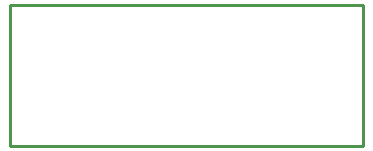
<source format=gko>
G04 EAGLE Gerber X2 export*
%TF.Part,Single*%
%TF.FileFunction,Profile,NP*%
%TF.FilePolarity,Positive*%
%TF.GenerationSoftware,Autodesk,EAGLE,9.4.0*%
%TF.CreationDate,2019-05-09T18:23:13Z*%
G75*
%MOMM*%
%FSLAX34Y34*%
%LPD*%
%IN*%
%AMOC8*
5,1,8,0,0,1.08239X$1,22.5*%
G01*
%ADD10C,0.254000*%


D10*
X0Y0D02*
X298450Y0D01*
X298450Y119380D01*
X0Y119380D01*
X0Y0D01*
M02*

</source>
